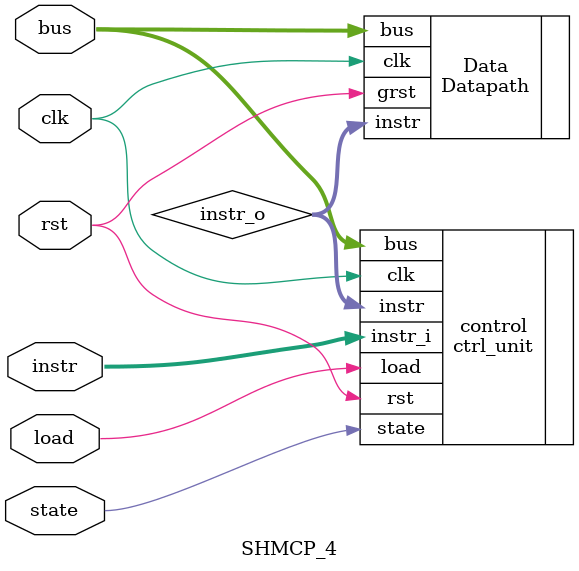
<source format=v>
module SHMCP_4 (  // SHMCP - Simple Hierarchical MicroCode Processor
    input clk, rst,
    input state,    // State of the CPU
    input load, // Enable for instruction load
    input [7:0] instr,    // Instruction input
    inout [3:0] bus // Data bus
);

//-----------------------------------------------------
// Control unit
//-----------------------------------------------------
wire [7:0] instr_o ;
ctrl_unit control ( .clk(clk), .rst(rst), .state(state), .load(load), .instr_i(instr), .instr(instr_o), .bus(bus) );

//-----------------------------------------------------
// Data unit
//-----------------------------------------------------
Datapath Data ( .clk(clk), .grst(rst), .instr(instr_o), .bus(bus) );

endmodule
</source>
